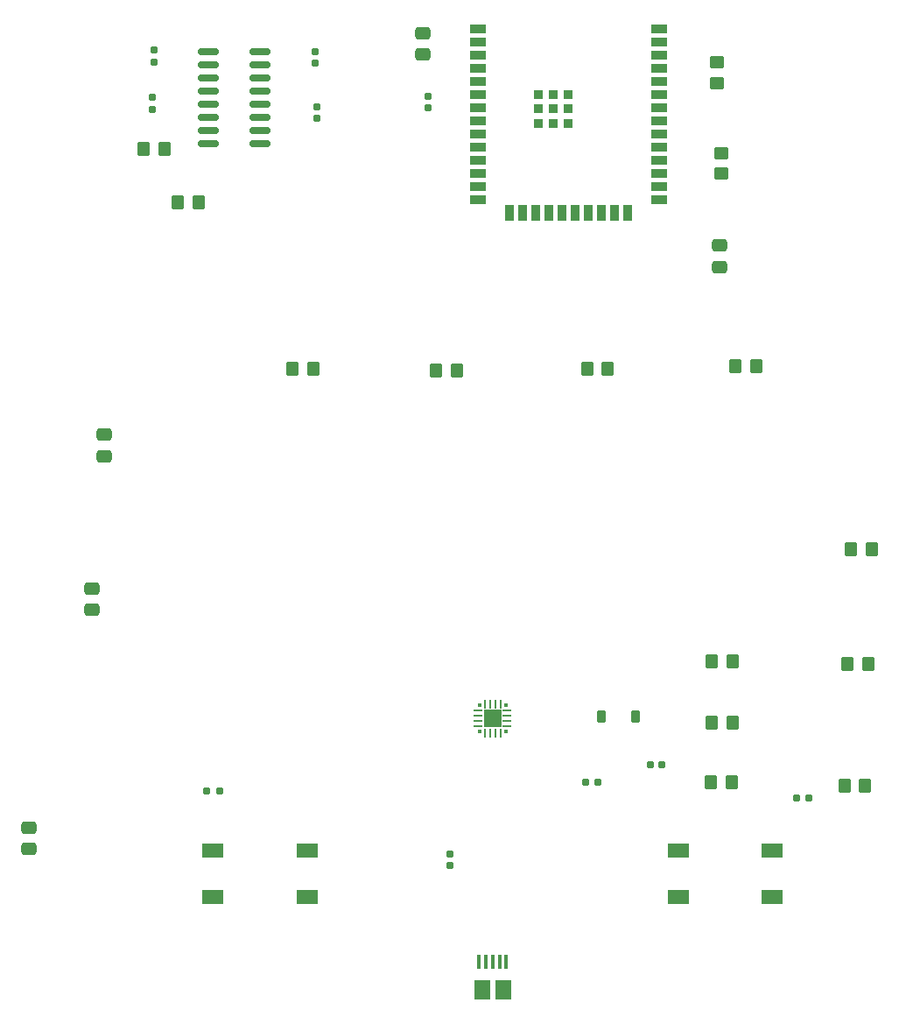
<source format=gbr>
%TF.GenerationSoftware,KiCad,Pcbnew,8.0.8*%
%TF.CreationDate,2025-03-30T01:40:12-05:00*%
%TF.ProjectId,ECE 445 PCBWay Order 3 March 31st Group 40,45434520-3434-4352-9050-434257617920,rev?*%
%TF.SameCoordinates,Original*%
%TF.FileFunction,Paste,Top*%
%TF.FilePolarity,Positive*%
%FSLAX46Y46*%
G04 Gerber Fmt 4.6, Leading zero omitted, Abs format (unit mm)*
G04 Created by KiCad (PCBNEW 8.0.8) date 2025-03-30 01:40:12*
%MOMM*%
%LPD*%
G01*
G04 APERTURE LIST*
G04 Aperture macros list*
%AMRoundRect*
0 Rectangle with rounded corners*
0 $1 Rounding radius*
0 $2 $3 $4 $5 $6 $7 $8 $9 X,Y pos of 4 corners*
0 Add a 4 corners polygon primitive as box body*
4,1,4,$2,$3,$4,$5,$6,$7,$8,$9,$2,$3,0*
0 Add four circle primitives for the rounded corners*
1,1,$1+$1,$2,$3*
1,1,$1+$1,$4,$5*
1,1,$1+$1,$6,$7*
1,1,$1+$1,$8,$9*
0 Add four rect primitives between the rounded corners*
20,1,$1+$1,$2,$3,$4,$5,0*
20,1,$1+$1,$4,$5,$6,$7,0*
20,1,$1+$1,$6,$7,$8,$9,0*
20,1,$1+$1,$8,$9,$2,$3,0*%
G04 Aperture macros list end*
%ADD10R,1.701800X1.701800*%
%ADD11R,0.355600X0.355600*%
%ADD12R,0.812800X0.254000*%
%ADD13R,0.254000X0.812800*%
%ADD14RoundRect,0.250000X-0.350000X-0.450000X0.350000X-0.450000X0.350000X0.450000X-0.350000X0.450000X0*%
%ADD15RoundRect,0.225000X0.225000X0.375000X-0.225000X0.375000X-0.225000X-0.375000X0.225000X-0.375000X0*%
%ADD16RoundRect,0.155000X-0.212500X-0.155000X0.212500X-0.155000X0.212500X0.155000X-0.212500X0.155000X0*%
%ADD17RoundRect,0.150000X-0.850000X-0.150000X0.850000X-0.150000X0.850000X0.150000X-0.850000X0.150000X0*%
%ADD18R,0.900000X0.900000*%
%ADD19R,1.500000X0.900000*%
%ADD20R,0.900000X1.500000*%
%ADD21R,2.100000X1.400000*%
%ADD22RoundRect,0.250000X0.350000X0.450000X-0.350000X0.450000X-0.350000X-0.450000X0.350000X-0.450000X0*%
%ADD23RoundRect,0.250000X0.450000X-0.350000X0.450000X0.350000X-0.450000X0.350000X-0.450000X-0.350000X0*%
%ADD24RoundRect,0.160000X-0.197500X-0.160000X0.197500X-0.160000X0.197500X0.160000X-0.197500X0.160000X0*%
%ADD25R,1.500000X1.900000*%
%ADD26R,0.400000X1.350000*%
%ADD27RoundRect,0.250000X0.475000X-0.337500X0.475000X0.337500X-0.475000X0.337500X-0.475000X-0.337500X0*%
%ADD28RoundRect,0.155000X0.155000X-0.212500X0.155000X0.212500X-0.155000X0.212500X-0.155000X-0.212500X0*%
%ADD29RoundRect,0.250000X-0.475000X0.337500X-0.475000X-0.337500X0.475000X-0.337500X0.475000X0.337500X0*%
G04 APERTURE END LIST*
D10*
%TO.C,U6*%
X165000000Y-115000000D03*
D11*
X163749939Y-113750000D03*
X166250061Y-113750000D03*
X166250061Y-116250000D03*
X163749939Y-116250000D03*
D12*
X163603000Y-115750189D03*
X163603000Y-115250063D03*
X163603000Y-114749937D03*
X163603000Y-114249811D03*
D13*
X164249811Y-113603000D03*
X164749937Y-113603000D03*
X165250063Y-113603000D03*
X165750189Y-113603000D03*
D12*
X166397000Y-114249811D03*
X166397000Y-114749937D03*
X166397000Y-115250063D03*
X166397000Y-115750189D03*
D13*
X165750189Y-116397000D03*
X165250063Y-116397000D03*
X164749937Y-116397000D03*
X164249811Y-116397000D03*
%TD*%
D14*
%TO.C,R16*%
X186087000Y-121158000D03*
X188087000Y-121158000D03*
%TD*%
%TO.C,R15*%
X186198000Y-115443000D03*
X188198000Y-115443000D03*
%TD*%
%TO.C,R14*%
X186198000Y-109474000D03*
X188198000Y-109474000D03*
%TD*%
D15*
%TO.C,D2*%
X178815000Y-114809000D03*
X175515000Y-114809000D03*
%TD*%
D16*
%TO.C,C13*%
X173998000Y-121158000D03*
X175133000Y-121158000D03*
%TD*%
D17*
%TO.C,U5*%
X142500000Y-50555000D03*
X142500000Y-51825000D03*
X142500000Y-53095000D03*
X142500000Y-54365000D03*
X142500000Y-55635000D03*
X142500000Y-56905000D03*
X142500000Y-58175000D03*
X142500000Y-59445000D03*
X137500000Y-59445000D03*
X137500000Y-58175000D03*
X137500000Y-56905000D03*
X137500000Y-55635000D03*
X137500000Y-54365000D03*
X137500000Y-53095000D03*
X137500000Y-51825000D03*
X137500000Y-50555000D03*
%TD*%
D18*
%TO.C,U1*%
X172252000Y-57507000D03*
X172252000Y-56107000D03*
X172252000Y-54707000D03*
X170852000Y-57507000D03*
X170852000Y-56107000D03*
X170852000Y-54707000D03*
X169452000Y-57507000D03*
X169452000Y-56107000D03*
X169452000Y-54707000D03*
D19*
X181102000Y-48387000D03*
X181102000Y-49657000D03*
X181102000Y-50927000D03*
X181102000Y-52197000D03*
X181102000Y-53467000D03*
X181102000Y-54737000D03*
X181102000Y-56007000D03*
X181102000Y-57277000D03*
X181102000Y-58547000D03*
X181102000Y-59817000D03*
X181102000Y-61087000D03*
X181102000Y-62357000D03*
X181102000Y-63627000D03*
X181102000Y-64897000D03*
D20*
X178072000Y-66147000D03*
X176802000Y-66147000D03*
X175532000Y-66147000D03*
X174262000Y-66147000D03*
X172992000Y-66147000D03*
X171722000Y-66147000D03*
X170452000Y-66147000D03*
X169182000Y-66147000D03*
X167912000Y-66147000D03*
X166642000Y-66147000D03*
D19*
X163602000Y-64897000D03*
X163602000Y-63627000D03*
X163602000Y-62357000D03*
X163602000Y-61087000D03*
X163602000Y-59817000D03*
X163602000Y-58547000D03*
X163602000Y-57277000D03*
X163602000Y-56007000D03*
X163602000Y-54737000D03*
X163602000Y-53467000D03*
X163602000Y-52197000D03*
X163602000Y-50927000D03*
X163602000Y-49657000D03*
X163602000Y-48387000D03*
%TD*%
D21*
%TO.C,SW2*%
X192050000Y-132250000D03*
X182950000Y-132250000D03*
X192050000Y-127750000D03*
X182950000Y-127750000D03*
%TD*%
%TO.C,SW1*%
X147050000Y-132250000D03*
X137950000Y-132250000D03*
X147050000Y-127750000D03*
X137950000Y-127750000D03*
%TD*%
D14*
%TO.C,R13*%
X136525000Y-65151000D03*
X134525000Y-65151000D03*
%TD*%
%TO.C,R12*%
X133223000Y-59944000D03*
X131223000Y-59944000D03*
%TD*%
%TO.C,R11*%
X161544000Y-81407000D03*
X159544000Y-81407000D03*
%TD*%
%TO.C,R10*%
X147662500Y-81239000D03*
X145662500Y-81239000D03*
%TD*%
%TO.C,R9*%
X176128500Y-81239000D03*
X174128500Y-81239000D03*
%TD*%
%TO.C,R8*%
X190497500Y-80985000D03*
X188497500Y-80985000D03*
%TD*%
D22*
%TO.C,R7*%
X199025000Y-121523000D03*
X201025000Y-121523000D03*
%TD*%
D23*
%TO.C,R6*%
X187071000Y-60357000D03*
X187071000Y-62357000D03*
%TD*%
%TO.C,R5*%
X186690000Y-51578000D03*
X186690000Y-53578000D03*
%TD*%
D22*
%TO.C,R4*%
X199660000Y-98663000D03*
X201660000Y-98663000D03*
%TD*%
%TO.C,R3*%
X199341000Y-109714500D03*
X201341000Y-109714500D03*
%TD*%
D24*
%TO.C,R2*%
X195580000Y-122682000D03*
X194385000Y-122682000D03*
%TD*%
%TO.C,R1*%
X138557000Y-122047000D03*
X137362000Y-122047000D03*
%TD*%
D25*
%TO.C,J1*%
X166000000Y-141237500D03*
X164000000Y-141237500D03*
D26*
X166300000Y-138537500D03*
X165650000Y-138537500D03*
X165000000Y-138537500D03*
X164350000Y-138537500D03*
X163700000Y-138537500D03*
%TD*%
D27*
%TO.C,C12*%
X127381000Y-87587000D03*
X127381000Y-89662000D03*
%TD*%
D28*
%TO.C,C11*%
X147828000Y-51689000D03*
X147828000Y-50554000D03*
%TD*%
%TO.C,C10*%
X147955000Y-55888000D03*
X147955000Y-57023000D03*
%TD*%
%TO.C,C9*%
X132080000Y-54999000D03*
X132080000Y-56134000D03*
%TD*%
%TO.C,C8*%
X132207000Y-50427000D03*
X132207000Y-51562000D03*
%TD*%
D27*
%TO.C,C7*%
X126238000Y-102446000D03*
X126238000Y-104521000D03*
%TD*%
D29*
%TO.C,C6*%
X186944000Y-71374000D03*
X186944000Y-69299000D03*
%TD*%
D27*
%TO.C,C5*%
X120142000Y-125560000D03*
X120142000Y-127635000D03*
%TD*%
D16*
%TO.C,C4*%
X180221000Y-119507000D03*
X181356000Y-119507000D03*
%TD*%
D28*
%TO.C,C3*%
X158750000Y-56007000D03*
X158750000Y-54872000D03*
%TD*%
%TO.C,C2*%
X160849500Y-128083500D03*
X160849500Y-129218500D03*
%TD*%
D27*
%TO.C,C1*%
X158242000Y-48746500D03*
X158242000Y-50821500D03*
%TD*%
M02*

</source>
